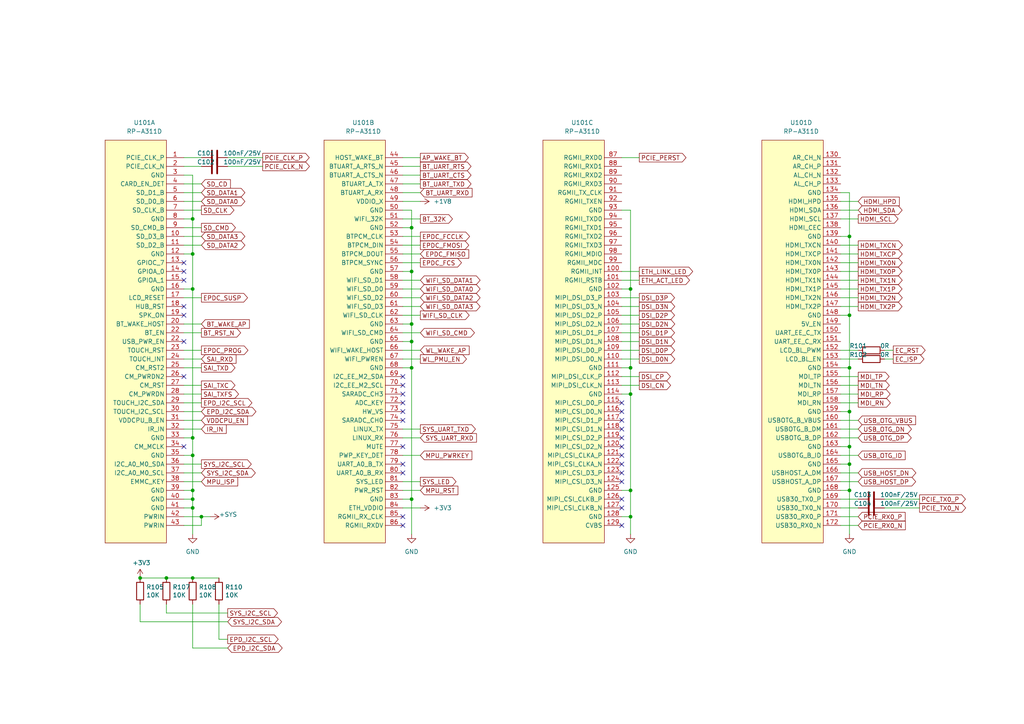
<source format=kicad_sch>
(kicad_sch (version 20210621) (generator eeschema)
  (paper "A4")
  (title_block (title "Lancer Mainboard") (date "2021-11-08") (rev "R0.1") (company "Copyright Modos 2021. / Engineer: Wenting Zhang") (comment 2 "MERCHANTABILITY, SATISFACTORY QUALITY AND FITNESS FOR A PARTICULAR PURPOSE.") (comment 3 "This source is distributed WITHOUT ANY EXPRESS OR IMPLIED WARRANTY, INCLUDING OF") (comment 4 "This source describes Open Hardware and is licensed under the CERN-OHL-S v2."))
  (lib_symbols
    (symbol "Device:C" (pin_numbers hide) (pin_names (offset 0.254))
      (property "Reference" "C" (at 0.635 2.54 0))
      (property "Value" "C" (at 0.635 -2.54 0))
      (symbol "C_0_1"
        (polyline (pts (xy -2.032 -0.762) (xy 2.032 -0.762)) (stroke (width 0.508)))
        (polyline (pts (xy -2.032 0.762) (xy 2.032 0.762)) (stroke (width 0.508)))
      )
      (symbol "C_1_1"
        (pin passive line (at 0 3.81 270) (length 2.794) (name "~") (number "1"))
        (pin passive line (at 0 -3.81 90) (length 2.794) (name "~") (number "2"))
      )
    )
    (symbol "Device:R" (pin_numbers hide) (pin_names (offset 0))
      (property "Reference" "R" (at 2.032 0 90))
      (property "Value" "R" (at 0 0 90))
      (symbol "R_0_1"
        (rectangle (start -1.016 -2.54) (end 1.016 2.54) (stroke (width 0.254)))
      )
      (symbol "R_1_1"
        (pin passive line (at 0 3.81 270) (length 1.27) (name "~") (number "1"))
        (pin passive line (at 0 -3.81 90) (length 1.27) (name "~") (number "2"))
      )
    )
    (symbol "power:+1V8" (power) (pin_names (offset 0))
      (property "Value" "+1V8" (at 0 3.556 0))
      (symbol "+1V8_0_1"
        (polyline (pts (xy -0.762 1.27) (xy 0 2.54)))
        (polyline (pts (xy 0 0) (xy 0 2.54)))
        (polyline (pts (xy 0 2.54) (xy 0.762 1.27)))
      )
      (symbol "+1V8_1_1"
        (pin power_in line (at 0 0 90) (length 0) hide (name "+1V8") (number "1"))
      )
    )
    (symbol "power:+3V3" (power) (pin_names (offset 0))
      (property "Value" "+3V3" (at 0 3.556 0))
      (symbol "+3V3_0_1"
        (polyline (pts (xy -0.762 1.27) (xy 0 2.54)))
        (polyline (pts (xy 0 0) (xy 0 2.54)))
        (polyline (pts (xy 0 2.54) (xy 0.762 1.27)))
      )
      (symbol "+3V3_1_1"
        (pin power_in line (at 0 0 90) (length 0) hide (name "+3V3") (number "1"))
      )
    )
    (symbol "power:GND" (power) (pin_names (offset 0))
      (property "Value" "GND" (at 0 -3.81 0))
      (symbol "GND_0_1"
        (polyline (pts (xy 0 0) (xy 0 -1.27) (xy 1.27 -1.27) (xy 0 -2.54) (xy -1.27 -1.27) (xy 0 -1.27)))
      )
      (symbol "GND_1_1"
        (pin power_in line (at 0 0 270) (length 0) hide (name "GND") (number "1"))
      )
    )
    (symbol "symbols:+SYS" (power) (pin_names (offset 0))
      (property "Value" "+SYS" (at 0 3.556 0))
      (symbol "+SYS_0_1"
        (polyline (pts (xy -0.762 1.27) (xy 0 2.54)))
        (polyline (pts (xy 0 0) (xy 0 2.54)))
        (polyline (pts (xy 0 2.54) (xy 0.762 1.27)))
      )
      (symbol "+SYS_1_1"
        (pin power_in line (at 0 0 90) (length 0) hide (name "+SYS") (number "1"))
      )
    )
    (symbol "symbols:RP-A311D"
      (property "Reference" "U" (at 0 0 0))
      (property "Value" "RP-A311D" (at 0 -2.54 0))
      (symbol "RP-A311D_1_1"
        (rectangle (start -5.08 -5.08) (end 12.7 -121.92) (stroke (width 0.1524)) (fill (type background)))
        (pin output line (at -10.16 -10.16 0) (length 5.08) (name "PCIE_CLK_P") (number "1"))
        (pin bidirectional line (at -10.16 -33.02 0) (length 5.08) (name "SD_D3_B") (number "10"))
        (pin bidirectional line (at -10.16 -35.56 0) (length 5.08) (name "SD_D2_B") (number "11"))
        (pin power_in line (at -10.16 -38.1 0) (length 5.08) (name "GND") (number "12"))
        (pin bidirectional line (at -10.16 -40.64 0) (length 5.08) (name "GPIOC_7") (number "13"))
        (pin bidirectional line (at -10.16 -43.18 0) (length 5.08) (name "GPIOA_0") (number "14"))
        (pin bidirectional line (at -10.16 -45.72 0) (length 5.08) (name "GPIOA_1") (number "15"))
        (pin power_in line (at -10.16 -48.26 0) (length 5.08) (name "GND") (number "16"))
        (pin output line (at -10.16 -50.8 0) (length 5.08) (name "LCD_RESET") (number "17"))
        (pin output line (at -10.16 -53.34 0) (length 5.08) (name "HUB_RST") (number "18"))
        (pin output line (at -10.16 -55.88 0) (length 5.08) (name "SPK_ON") (number "19"))
        (pin output line (at -10.16 -12.7 0) (length 5.08) (name "PCIE_CLK_N") (number "2"))
        (pin input line (at -10.16 -58.42 0) (length 5.08) (name "BT_WAKE_HOST") (number "20"))
        (pin output line (at -10.16 -60.96 0) (length 5.08) (name "BT_EN") (number "22"))
        (pin output line (at -10.16 -63.5 0) (length 5.08) (name "USB_PWR_EN") (number "22"))
        (pin output line (at -10.16 -66.04 0) (length 5.08) (name "TOUCH_RST") (number "23"))
        (pin input line (at -10.16 -68.58 0) (length 5.08) (name "TOUCH_INT") (number "24"))
        (pin output line (at -10.16 -71.12 0) (length 5.08) (name "CM_RST2") (number "25"))
        (pin output line (at -10.16 -73.66 0) (length 5.08) (name "CM_PWRDN2") (number "26"))
        (pin output line (at -10.16 -76.2 0) (length 5.08) (name "CM_RST") (number "27"))
        (pin output line (at -10.16 -78.74 0) (length 5.08) (name "CM_PWRDN") (number "28"))
        (pin open_collector line (at -10.16 -81.28 0) (length 5.08) (name "TOUCH_I2C_SDA") (number "29"))
        (pin power_in line (at -10.16 -15.24 0) (length 5.08) (name "GND") (number "3"))
        (pin open_collector line (at -10.16 -83.82 0) (length 5.08) (name "TOUCH_I2C_SCL") (number "30"))
        (pin output line (at -10.16 -86.36 0) (length 5.08) (name "VDDCPU_B_EN") (number "31"))
        (pin input line (at -10.16 -88.9 0) (length 5.08) (name "IR_IN") (number "32"))
        (pin power_in line (at -10.16 -91.44 0) (length 5.08) (name "GND") (number "33"))
        (pin output line (at -10.16 -93.98 0) (length 5.08) (name "CM_MCLK") (number "34"))
        (pin power_in line (at -10.16 -96.52 0) (length 5.08) (name "GND") (number "35"))
        (pin open_collector line (at -10.16 -99.06 0) (length 5.08) (name "I2C_A0_M0_SDA") (number "36"))
        (pin open_collector line (at -10.16 -101.6 0) (length 5.08) (name "I2C_A0_M0_SCL") (number "37"))
        (pin input line (at -10.16 -104.14 0) (length 5.08) (name "EMMC_KEY") (number "38"))
        (pin power_in line (at -10.16 -106.68 0) (length 5.08) (name "GND") (number "39"))
        (pin input line (at -10.16 -17.78 0) (length 5.08) (name "CARD_EN_DET") (number "4"))
        (pin power_in line (at -10.16 -109.22 0) (length 5.08) (name "GND") (number "40"))
        (pin power_in line (at -10.16 -111.76 0) (length 5.08) (name "GND") (number "41"))
        (pin power_in line (at -10.16 -114.3 0) (length 5.08) (name "PWRIN") (number "42"))
        (pin power_in line (at -10.16 -116.84 0) (length 5.08) (name "PWRIN") (number "43"))
        (pin bidirectional line (at -10.16 -20.32 0) (length 5.08) (name "SD_D1_B") (number "5"))
        (pin bidirectional line (at -10.16 -22.86 0) (length 5.08) (name "SD_D0_B") (number "6"))
        (pin bidirectional line (at -10.16 -25.4 0) (length 5.08) (name "SD_CLK_B") (number "7"))
        (pin power_in line (at -10.16 -27.94 0) (length 5.08) (name "GND") (number "8"))
        (pin bidirectional line (at -10.16 -30.48 0) (length 5.08) (name "SD_CMD_B") (number "9"))
      )
      (symbol "RP-A311D_2_1"
        (rectangle (start -5.08 -5.08) (end 12.7 -121.92) (stroke (width 0.1524)) (fill (type background)))
        (pin output line (at -10.16 -10.16 0) (length 5.08) (name "HOST_WAKE_BT") (number "44"))
        (pin output line (at -10.16 -12.7 0) (length 5.08) (name "BTUART_A_RTS_N") (number "45"))
        (pin input line (at -10.16 -15.24 0) (length 5.08) (name "BTUART_A_CTS_N") (number "46"))
        (pin output line (at -10.16 -17.78 0) (length 5.08) (name "BTUART_A_TX") (number "47"))
        (pin input line (at -10.16 -20.32 0) (length 5.08) (name "BTUART_A_RX") (number "48"))
        (pin power_in line (at -10.16 -22.86 0) (length 5.08) (name "VDDIO_X") (number "49"))
        (pin power_in line (at -10.16 -25.4 0) (length 5.08) (name "GND") (number "50"))
        (pin output line (at -10.16 -27.94 0) (length 5.08) (name "WIFI_32K") (number "51"))
        (pin power_in line (at -10.16 -30.48 0) (length 5.08) (name "GND") (number "52"))
        (pin output line (at -10.16 -33.02 0) (length 5.08) (name "BTPCM_CLK") (number "53"))
        (pin input line (at -10.16 -35.56 0) (length 5.08) (name "BTPCM_DIN") (number "54"))
        (pin output line (at -10.16 -38.1 0) (length 5.08) (name "BTPCM_DOUT") (number "55"))
        (pin output line (at -10.16 -40.64 0) (length 5.08) (name "BTPCM_SYNC") (number "56"))
        (pin power_in line (at -10.16 -43.18 0) (length 5.08) (name "GND") (number "57"))
        (pin bidirectional line (at -10.16 -45.72 0) (length 5.08) (name "WIFI_SD_D1") (number "58"))
        (pin bidirectional line (at -10.16 -48.26 0) (length 5.08) (name "WIFI_SD_D0") (number "59"))
        (pin bidirectional line (at -10.16 -50.8 0) (length 5.08) (name "WIFI_SD_D2") (number "60"))
        (pin bidirectional line (at -10.16 -53.34 0) (length 5.08) (name "WIFI_SD_D3") (number "61"))
        (pin output line (at -10.16 -55.88 0) (length 5.08) (name "WIFI_SD_CLK") (number "62"))
        (pin power_in line (at -10.16 -58.42 0) (length 5.08) (name "GND") (number "63"))
        (pin output line (at -10.16 -60.96 0) (length 5.08) (name "WIFI_SD_CMD") (number "64"))
        (pin power_in line (at -10.16 -63.5 0) (length 5.08) (name "GND") (number "65"))
        (pin input line (at -10.16 -66.04 0) (length 5.08) (name "WIFI_WAKE_HOST") (number "66"))
        (pin output line (at -10.16 -68.58 0) (length 5.08) (name "WIFI_PWREN") (number "67"))
        (pin power_in line (at -10.16 -71.12 0) (length 5.08) (name "GND") (number "68"))
        (pin open_collector line (at -10.16 -73.66 0) (length 5.08) (name "I2C_EE_M2_SDA") (number "69"))
        (pin open_collector line (at -10.16 -76.2 0) (length 5.08) (name "I2C_EE_M2_SCL") (number "70"))
        (pin input line (at -10.16 -78.74 0) (length 5.08) (name "SARADC_CH3") (number "71"))
        (pin input line (at -10.16 -81.28 0) (length 5.08) (name "ADC_KEY") (number "72"))
        (pin input line (at -10.16 -83.82 0) (length 5.08) (name "HW_VS") (number "73"))
        (pin input line (at -10.16 -86.36 0) (length 5.08) (name "SARADC_CH0") (number "74"))
        (pin output line (at -10.16 -88.9 0) (length 5.08) (name "LINUX_TX") (number "75"))
        (pin input line (at -10.16 -91.44 0) (length 5.08) (name "LINUX_RX") (number "76"))
        (pin input line (at -10.16 -93.98 0) (length 5.08) (name "MUTE") (number "77"))
        (pin input line (at -10.16 -96.52 0) (length 5.08) (name "PWP_KEY_DET") (number "78"))
        (pin output line (at -10.16 -99.06 0) (length 5.08) (name "UART_A0_B_TX") (number "79"))
        (pin input line (at -10.16 -101.6 0) (length 5.08) (name "UART_A0_B_RX") (number "80"))
        (pin output line (at -10.16 -104.14 0) (length 5.08) (name "SYS_LED") (number "81"))
        (pin output line (at -10.16 -106.68 0) (length 5.08) (name "PWR_RST") (number "82"))
        (pin power_in line (at -10.16 -109.22 0) (length 5.08) (name "GND") (number "83"))
        (pin power_in line (at -10.16 -111.76 0) (length 5.08) (name "ETH_VDDIO") (number "84"))
        (pin input line (at -10.16 -114.3 0) (length 5.08) (name "RGMII_RX_CLK") (number "85"))
        (pin input line (at -10.16 -116.84 0) (length 5.08) (name "RGMII_RXDV") (number "86"))
      )
      (symbol "RP-A311D_3_1"
        (rectangle (start -5.08 -5.08) (end 12.7 -121.92) (stroke (width 0.1524)) (fill (type background)))
        (pin input line (at -10.16 -43.18 0) (length 5.08) (name "RGMII_INT") (number "100"))
        (pin output line (at -10.16 -45.72 0) (length 5.08) (name "RGMII_RSTB") (number "101"))
        (pin power_in line (at -10.16 -48.26 0) (length 5.08) (name "GND") (number "102"))
        (pin output line (at -10.16 -50.8 0) (length 5.08) (name "MIPI_DSI_D3_P") (number "103"))
        (pin output line (at -10.16 -53.34 0) (length 5.08) (name "MIPI_DSI_D3_N") (number "104"))
        (pin output line (at -10.16 -55.88 0) (length 5.08) (name "MIPI_DSI_D2_P") (number "105"))
        (pin output line (at -10.16 -58.42 0) (length 5.08) (name "MIPI_DSI_D2_N") (number "106"))
        (pin output line (at -10.16 -60.96 0) (length 5.08) (name "MIPI_DSI_D1_P") (number "107"))
        (pin output line (at -10.16 -63.5 0) (length 5.08) (name "MIPI_DSI_D1_N") (number "108"))
        (pin output line (at -10.16 -66.04 0) (length 5.08) (name "MIPI_DSI_D0_P") (number "109"))
        (pin output line (at -10.16 -68.58 0) (length 5.08) (name "MIPI_DSI_D0_N") (number "110"))
        (pin power_in line (at -10.16 -71.12 0) (length 5.08) (name "GND") (number "111"))
        (pin output line (at -10.16 -73.66 0) (length 5.08) (name "MIPI_DSI_CLK_P") (number "112"))
        (pin output line (at -10.16 -76.2 0) (length 5.08) (name "MIPI_DSI_CLK_N") (number "113"))
        (pin power_in line (at -10.16 -78.74 0) (length 5.08) (name "GND") (number "114"))
        (pin input line (at -10.16 -81.28 0) (length 5.08) (name "MIPI_CSI_D0_P") (number "115"))
        (pin input line (at -10.16 -83.82 0) (length 5.08) (name "MIPI_CSI_D0_N") (number "116"))
        (pin input line (at -10.16 -86.36 0) (length 5.08) (name "MIPI_CSI_D1_P") (number "117"))
        (pin input line (at -10.16 -88.9 0) (length 5.08) (name "MIPI_CSI_D1_N") (number "118"))
        (pin input line (at -10.16 -91.44 0) (length 5.08) (name "MIPI_CSI_D2_P") (number "119"))
        (pin input line (at -10.16 -93.98 0) (length 5.08) (name "MIPI_CSI_D2_N") (number "120"))
        (pin input line (at -10.16 -96.52 0) (length 5.08) (name "MIPI_CSI_CLKA_P") (number "121"))
        (pin input line (at -10.16 -99.06 0) (length 5.08) (name "MIPI_CSI_CLKA_N") (number "122"))
        (pin input line (at -10.16 -101.6 0) (length 5.08) (name "MIPI_CSI_D3_P") (number "123"))
        (pin input line (at -10.16 -104.14 0) (length 5.08) (name "MIPI_CSI_D3_N") (number "124"))
        (pin power_in line (at -10.16 -106.68 0) (length 5.08) (name "GND") (number "125"))
        (pin input line (at -10.16 -109.22 0) (length 5.08) (name "MIPI_CSI_CLKB_P") (number "126"))
        (pin input line (at -10.16 -111.76 0) (length 5.08) (name "MIPI_CSI_CLKB_N") (number "127"))
        (pin power_in line (at -10.16 -114.3 0) (length 5.08) (name "GND") (number "128"))
        (pin output line (at -10.16 -116.84 0) (length 5.08) (name "CVBS") (number "129"))
        (pin input line (at -10.16 -10.16 0) (length 5.08) (name "RGMII_RXD0") (number "87"))
        (pin input line (at -10.16 -12.7 0) (length 5.08) (name "RGMII_RXD1") (number "88"))
        (pin input line (at -10.16 -15.24 0) (length 5.08) (name "RGMII_RXD2") (number "89"))
        (pin input line (at -10.16 -17.78 0) (length 5.08) (name "RGMII_RXD3") (number "90"))
        (pin output line (at -10.16 -20.32 0) (length 5.08) (name "RGMII_TX_CLK") (number "91"))
        (pin output line (at -10.16 -22.86 0) (length 5.08) (name "RGMII_TXEN") (number "92"))
        (pin power_in line (at -10.16 -25.4 0) (length 5.08) (name "GND") (number "93"))
        (pin output line (at -10.16 -27.94 0) (length 5.08) (name "RGMII_TXD0") (number "94"))
        (pin output line (at -10.16 -30.48 0) (length 5.08) (name "RGMII_TXD1") (number "95"))
        (pin output line (at -10.16 -33.02 0) (length 5.08) (name "RGMII_TXD2") (number "96"))
        (pin output line (at -10.16 -35.56 0) (length 5.08) (name "RGMII_TXD3") (number "97"))
        (pin bidirectional line (at -10.16 -38.1 0) (length 5.08) (name "RGMII_MDIO") (number "98"))
        (pin output line (at -10.16 -40.64 0) (length 5.08) (name "RGMII_MDC") (number "99"))
      )
      (symbol "RP-A311D_4_1"
        (rectangle (start -5.08 -5.08) (end 12.7 -121.92) (stroke (width 0.1524)) (fill (type background)))
        (pin output line (at -10.16 -10.16 0) (length 5.08) (name "AR_CH_N") (number "130"))
        (pin output line (at -10.16 -12.7 0) (length 5.08) (name "AR_CH_P") (number "131"))
        (pin output line (at -10.16 -15.24 0) (length 5.08) (name "AL_CH_N") (number "132"))
        (pin output line (at -10.16 -17.78 0) (length 5.08) (name "AL_CH_P") (number "133"))
        (pin power_in line (at -10.16 -20.32 0) (length 5.08) (name "GND") (number "134"))
        (pin input line (at -10.16 -22.86 0) (length 5.08) (name "HDMI_HPD") (number "135"))
        (pin open_collector line (at -10.16 -25.4 0) (length 5.08) (name "HDMI_SDA") (number "136"))
        (pin open_collector line (at -10.16 -27.94 0) (length 5.08) (name "HDMI_SCL") (number "137"))
        (pin input line (at -10.16 -30.48 0) (length 5.08) (name "HDMI_CEC") (number "138"))
        (pin power_in line (at -10.16 -33.02 0) (length 5.08) (name "GND") (number "139"))
        (pin output line (at -10.16 -35.56 0) (length 5.08) (name "HDMI_TXCN") (number "140"))
        (pin output line (at -10.16 -38.1 0) (length 5.08) (name "HDMI_TXCP") (number "141"))
        (pin output line (at -10.16 -40.64 0) (length 5.08) (name "HDMI_TX0N") (number "142"))
        (pin output line (at -10.16 -43.18 0) (length 5.08) (name "HDMI_TX0P") (number "143"))
        (pin output line (at -10.16 -45.72 0) (length 5.08) (name "HDMI_TX1N") (number "144"))
        (pin output line (at -10.16 -48.26 0) (length 5.08) (name "HDMI_TX1P") (number "145"))
        (pin output line (at -10.16 -50.8 0) (length 5.08) (name "HDMI_TX2N") (number "146"))
        (pin output line (at -10.16 -53.34 0) (length 5.08) (name "HDMI_TX2P") (number "147"))
        (pin power_in line (at -10.16 -55.88 0) (length 5.08) (name "GND") (number "148"))
        (pin output line (at -10.16 -58.42 0) (length 5.08) (name "5V_EN") (number "149"))
        (pin output line (at -10.16 -60.96 0) (length 5.08) (name "UART_EE_C_TX") (number "150"))
        (pin input line (at -10.16 -63.5 0) (length 5.08) (name "UART_EE_C_RX") (number "151"))
        (pin output line (at -10.16 -66.04 0) (length 5.08) (name "LCD_BL_PWM") (number "152"))
        (pin output line (at -10.16 -68.58 0) (length 5.08) (name "LCD_BL_EN") (number "153"))
        (pin power_in line (at -10.16 -71.12 0) (length 5.08) (name "GND") (number "154"))
        (pin bidirectional line (at -10.16 -73.66 0) (length 5.08) (name "MDI_TP") (number "155"))
        (pin bidirectional line (at -10.16 -76.2 0) (length 5.08) (name "MDI_TN") (number "156"))
        (pin bidirectional line (at -10.16 -78.74 0) (length 5.08) (name "MDI_RP") (number "157"))
        (pin bidirectional line (at -10.16 -81.28 0) (length 5.08) (name "MDI_RN") (number "158"))
        (pin power_in line (at -10.16 -83.82 0) (length 5.08) (name "GND") (number "159"))
        (pin input line (at -10.16 -86.36 0) (length 5.08) (name "USBOTG_B_VBUS") (number "160"))
        (pin bidirectional line (at -10.16 -88.9 0) (length 5.08) (name "USBOTG_B_DM") (number "161"))
        (pin bidirectional line (at -10.16 -91.44 0) (length 5.08) (name "USBOTG_B_DP") (number "162"))
        (pin power_in line (at -10.16 -93.98 0) (length 5.08) (name "GND") (number "163"))
        (pin input line (at -10.16 -96.52 0) (length 5.08) (name "USBOTG_B_ID") (number "164"))
        (pin power_in line (at -10.16 -99.06 0) (length 5.08) (name "GND") (number "165"))
        (pin bidirectional line (at -10.16 -101.6 0) (length 5.08) (name "USBHOST_A_DM") (number "166"))
        (pin bidirectional line (at -10.16 -104.14 0) (length 5.08) (name "USBHOST_A_DP") (number "167"))
        (pin power_in line (at -10.16 -106.68 0) (length 5.08) (name "GND") (number "168"))
        (pin output line (at -10.16 -109.22 0) (length 5.08) (name "USB30_TX0_P") (number "169"))
        (pin output line (at -10.16 -111.76 0) (length 5.08) (name "USB30_TX0_N") (number "170"))
        (pin input line (at -10.16 -114.3 0) (length 5.08) (name "USB30_RX0_P") (number "171"))
        (pin input line (at -10.16 -116.84 0) (length 5.08) (name "USB30_RX0_N") (number "172"))
      )
    )
  )
  (junction (at 40.64 167.64) (diameter 0.9144))
  (junction (at 48.26 167.64) (diameter 0.9144))
  (junction (at 55.88 63.5))
  (junction (at 55.88 73.66))
  (junction (at 55.88 83.82))
  (junction (at 55.88 127))
  (junction (at 55.88 132.08))
  (junction (at 55.88 142.24))
  (junction (at 55.88 144.78))
  (junction (at 55.88 147.32))
  (junction (at 55.88 167.64) (diameter 0.9144))
  (junction (at 58.42 149.86))
  (junction (at 119.38 66.04))
  (junction (at 119.38 78.74))
  (junction (at 119.38 93.98))
  (junction (at 119.38 99.06))
  (junction (at 119.38 106.68))
  (junction (at 119.38 144.78))
  (junction (at 182.88 83.82))
  (junction (at 182.88 106.68))
  (junction (at 182.88 114.3))
  (junction (at 182.88 142.24))
  (junction (at 182.88 149.86))
  (junction (at 246.38 68.58))
  (junction (at 246.38 91.44))
  (junction (at 246.38 106.68))
  (junction (at 246.38 119.38))
  (junction (at 246.38 129.54))
  (junction (at 246.38 134.62))
  (junction (at 246.38 142.24))
  (no_connect (at 53.34 76.2))
  (no_connect (at 53.34 78.74))
  (no_connect (at 53.34 81.28))
  (no_connect (at 53.34 88.9))
  (no_connect (at 53.34 91.44))
  (no_connect (at 53.34 99.06))
  (no_connect (at 53.34 109.22))
  (no_connect (at 53.34 129.54))
  (no_connect (at 116.84 109.22))
  (no_connect (at 116.84 111.76))
  (no_connect (at 116.84 114.3))
  (no_connect (at 116.84 116.84))
  (no_connect (at 116.84 119.38))
  (no_connect (at 116.84 121.92))
  (no_connect (at 116.84 129.54))
  (no_connect (at 116.84 134.62))
  (no_connect (at 116.84 137.16))
  (no_connect (at 116.84 149.86))
  (no_connect (at 116.84 152.4))
  (no_connect (at 180.34 116.84))
  (no_connect (at 180.34 119.38))
  (no_connect (at 180.34 121.92))
  (no_connect (at 180.34 124.46))
  (no_connect (at 180.34 127))
  (no_connect (at 180.34 129.54))
  (no_connect (at 180.34 132.08))
  (no_connect (at 180.34 134.62))
  (no_connect (at 180.34 137.16))
  (no_connect (at 180.34 139.7))
  (no_connect (at 180.34 144.78))
  (no_connect (at 180.34 147.32))
  (no_connect (at 180.34 152.4))
  (wire (pts (xy 40.64 175.26) (xy 40.64 180.34)))
  (wire (pts (xy 40.64 180.34) (xy 66.04 180.34)))
  (wire (pts (xy 48.26 167.64) (xy 40.64 167.64)))
  (wire (pts (xy 48.26 167.64) (xy 55.88 167.64)))
  (wire (pts (xy 48.26 175.26) (xy 48.26 177.8)))
  (wire (pts (xy 48.26 177.8) (xy 66.04 177.8)))
  (wire (pts (xy 53.34 45.72) (xy 58.42 45.72)))
  (wire (pts (xy 53.34 48.26) (xy 58.42 48.26)))
  (wire (pts (xy 53.34 50.8) (xy 55.88 50.8)))
  (wire (pts (xy 53.34 53.34) (xy 58.42 53.34)))
  (wire (pts (xy 53.34 55.88) (xy 58.42 55.88)))
  (wire (pts (xy 53.34 58.42) (xy 58.42 58.42)))
  (wire (pts (xy 53.34 60.96) (xy 58.42 60.96)))
  (wire (pts (xy 53.34 63.5) (xy 55.88 63.5)))
  (wire (pts (xy 53.34 66.04) (xy 58.42 66.04)))
  (wire (pts (xy 53.34 68.58) (xy 58.42 68.58)))
  (wire (pts (xy 53.34 71.12) (xy 58.42 71.12)))
  (wire (pts (xy 53.34 73.66) (xy 55.88 73.66)))
  (wire (pts (xy 53.34 83.82) (xy 55.88 83.82)))
  (wire (pts (xy 53.34 86.36) (xy 58.42 86.36)))
  (wire (pts (xy 53.34 93.98) (xy 58.42 93.98)))
  (wire (pts (xy 53.34 96.52) (xy 58.42 96.52)))
  (wire (pts (xy 53.34 101.6) (xy 58.42 101.6)))
  (wire (pts (xy 53.34 104.14) (xy 58.42 104.14)))
  (wire (pts (xy 53.34 106.68) (xy 58.42 106.68)))
  (wire (pts (xy 53.34 111.76) (xy 58.42 111.76)))
  (wire (pts (xy 53.34 114.3) (xy 58.42 114.3)))
  (wire (pts (xy 53.34 116.84) (xy 58.42 116.84)))
  (wire (pts (xy 53.34 119.38) (xy 58.42 119.38)))
  (wire (pts (xy 53.34 121.92) (xy 58.42 121.92)))
  (wire (pts (xy 53.34 124.46) (xy 58.42 124.46)))
  (wire (pts (xy 53.34 127) (xy 55.88 127)))
  (wire (pts (xy 53.34 132.08) (xy 55.88 132.08)))
  (wire (pts (xy 53.34 134.62) (xy 58.42 134.62)))
  (wire (pts (xy 53.34 137.16) (xy 58.42 137.16)))
  (wire (pts (xy 53.34 139.7) (xy 58.42 139.7)))
  (wire (pts (xy 53.34 142.24) (xy 55.88 142.24)))
  (wire (pts (xy 53.34 144.78) (xy 55.88 144.78)))
  (wire (pts (xy 53.34 147.32) (xy 55.88 147.32)))
  (wire (pts (xy 53.34 149.86) (xy 58.42 149.86)))
  (wire (pts (xy 53.34 152.4) (xy 58.42 152.4)))
  (wire (pts (xy 55.88 50.8) (xy 55.88 63.5)))
  (wire (pts (xy 55.88 63.5) (xy 55.88 73.66)))
  (wire (pts (xy 55.88 73.66) (xy 55.88 83.82)))
  (wire (pts (xy 55.88 83.82) (xy 55.88 127)))
  (wire (pts (xy 55.88 127) (xy 55.88 132.08)))
  (wire (pts (xy 55.88 132.08) (xy 55.88 142.24)))
  (wire (pts (xy 55.88 142.24) (xy 55.88 144.78)))
  (wire (pts (xy 55.88 144.78) (xy 55.88 147.32)))
  (wire (pts (xy 55.88 147.32) (xy 55.88 154.94)))
  (wire (pts (xy 55.88 175.26) (xy 55.88 187.96)))
  (wire (pts (xy 55.88 187.96) (xy 66.04 187.96)))
  (wire (pts (xy 58.42 149.86) (xy 60.96 149.86)))
  (wire (pts (xy 58.42 152.4) (xy 58.42 149.86)))
  (wire (pts (xy 63.5 167.64) (xy 55.88 167.64)))
  (wire (pts (xy 63.5 175.26) (xy 63.5 185.42)))
  (wire (pts (xy 63.5 185.42) (xy 66.04 185.42)))
  (wire (pts (xy 66.04 45.72) (xy 76.2 45.72)))
  (wire (pts (xy 66.04 48.26) (xy 76.2 48.26)))
  (wire (pts (xy 116.84 45.72) (xy 121.92 45.72)))
  (wire (pts (xy 116.84 48.26) (xy 121.92 48.26)))
  (wire (pts (xy 116.84 50.8) (xy 121.92 50.8)))
  (wire (pts (xy 116.84 53.34) (xy 121.92 53.34)))
  (wire (pts (xy 116.84 55.88) (xy 121.92 55.88)))
  (wire (pts (xy 116.84 58.42) (xy 121.92 58.42)))
  (wire (pts (xy 116.84 60.96) (xy 119.38 60.96)))
  (wire (pts (xy 116.84 63.5) (xy 121.92 63.5)))
  (wire (pts (xy 116.84 66.04) (xy 119.38 66.04)))
  (wire (pts (xy 116.84 68.58) (xy 121.92 68.58)))
  (wire (pts (xy 116.84 71.12) (xy 121.92 71.12)))
  (wire (pts (xy 116.84 73.66) (xy 121.92 73.66)))
  (wire (pts (xy 116.84 76.2) (xy 121.92 76.2)))
  (wire (pts (xy 116.84 78.74) (xy 119.38 78.74)))
  (wire (pts (xy 116.84 81.28) (xy 121.92 81.28)))
  (wire (pts (xy 116.84 83.82) (xy 121.92 83.82)))
  (wire (pts (xy 116.84 86.36) (xy 121.92 86.36)))
  (wire (pts (xy 116.84 88.9) (xy 121.92 88.9)))
  (wire (pts (xy 116.84 91.44) (xy 121.92 91.44)))
  (wire (pts (xy 116.84 93.98) (xy 119.38 93.98)))
  (wire (pts (xy 116.84 96.52) (xy 121.92 96.52)))
  (wire (pts (xy 116.84 99.06) (xy 119.38 99.06)))
  (wire (pts (xy 116.84 101.6) (xy 121.92 101.6)))
  (wire (pts (xy 116.84 104.14) (xy 121.92 104.14)))
  (wire (pts (xy 116.84 106.68) (xy 119.38 106.68)))
  (wire (pts (xy 116.84 124.46) (xy 121.92 124.46)))
  (wire (pts (xy 116.84 127) (xy 121.92 127)))
  (wire (pts (xy 116.84 132.08) (xy 121.92 132.08)))
  (wire (pts (xy 116.84 139.7) (xy 121.92 139.7)))
  (wire (pts (xy 116.84 142.24) (xy 121.92 142.24)))
  (wire (pts (xy 116.84 144.78) (xy 119.38 144.78)))
  (wire (pts (xy 116.84 147.32) (xy 121.92 147.32)))
  (wire (pts (xy 119.38 60.96) (xy 119.38 66.04)))
  (wire (pts (xy 119.38 66.04) (xy 119.38 78.74)))
  (wire (pts (xy 119.38 78.74) (xy 119.38 93.98)))
  (wire (pts (xy 119.38 93.98) (xy 119.38 99.06)))
  (wire (pts (xy 119.38 99.06) (xy 119.38 106.68)))
  (wire (pts (xy 119.38 106.68) (xy 119.38 144.78)))
  (wire (pts (xy 119.38 144.78) (xy 119.38 154.94)))
  (wire (pts (xy 180.34 45.72) (xy 185.42 45.72)))
  (wire (pts (xy 180.34 60.96) (xy 182.88 60.96)))
  (wire (pts (xy 180.34 78.74) (xy 185.42 78.74)))
  (wire (pts (xy 180.34 81.28) (xy 185.42 81.28)))
  (wire (pts (xy 180.34 83.82) (xy 182.88 83.82)))
  (wire (pts (xy 180.34 86.36) (xy 185.42 86.36)))
  (wire (pts (xy 180.34 88.9) (xy 185.42 88.9)))
  (wire (pts (xy 180.34 91.44) (xy 185.42 91.44)))
  (wire (pts (xy 180.34 93.98) (xy 185.42 93.98)))
  (wire (pts (xy 180.34 96.52) (xy 185.42 96.52)))
  (wire (pts (xy 180.34 99.06) (xy 185.42 99.06)))
  (wire (pts (xy 180.34 101.6) (xy 185.42 101.6)))
  (wire (pts (xy 180.34 104.14) (xy 185.42 104.14)))
  (wire (pts (xy 180.34 106.68) (xy 182.88 106.68)))
  (wire (pts (xy 180.34 109.22) (xy 185.42 109.22)))
  (wire (pts (xy 180.34 111.76) (xy 185.42 111.76)))
  (wire (pts (xy 180.34 114.3) (xy 182.88 114.3)))
  (wire (pts (xy 180.34 142.24) (xy 182.88 142.24)))
  (wire (pts (xy 180.34 149.86) (xy 182.88 149.86)))
  (wire (pts (xy 182.88 60.96) (xy 182.88 83.82)))
  (wire (pts (xy 182.88 83.82) (xy 182.88 106.68)))
  (wire (pts (xy 182.88 106.68) (xy 182.88 114.3)))
  (wire (pts (xy 182.88 114.3) (xy 182.88 142.24)))
  (wire (pts (xy 182.88 142.24) (xy 182.88 149.86)))
  (wire (pts (xy 182.88 149.86) (xy 182.88 154.94)))
  (wire (pts (xy 243.84 55.88) (xy 246.38 55.88)))
  (wire (pts (xy 243.84 58.42) (xy 248.92 58.42)))
  (wire (pts (xy 243.84 60.96) (xy 248.92 60.96)))
  (wire (pts (xy 243.84 63.5) (xy 248.92 63.5)))
  (wire (pts (xy 243.84 68.58) (xy 246.38 68.58)))
  (wire (pts (xy 243.84 71.12) (xy 248.92 71.12)))
  (wire (pts (xy 243.84 73.66) (xy 248.92 73.66)))
  (wire (pts (xy 243.84 76.2) (xy 248.92 76.2)))
  (wire (pts (xy 243.84 78.74) (xy 248.92 78.74)))
  (wire (pts (xy 243.84 81.28) (xy 248.92 81.28)))
  (wire (pts (xy 243.84 83.82) (xy 248.92 83.82)))
  (wire (pts (xy 243.84 86.36) (xy 248.92 86.36)))
  (wire (pts (xy 243.84 88.9) (xy 248.92 88.9)))
  (wire (pts (xy 243.84 91.44) (xy 246.38 91.44)))
  (wire (pts (xy 243.84 101.6) (xy 248.92 101.6)))
  (wire (pts (xy 243.84 104.14) (xy 248.92 104.14)))
  (wire (pts (xy 243.84 106.68) (xy 246.38 106.68)))
  (wire (pts (xy 243.84 109.22) (xy 248.92 109.22)))
  (wire (pts (xy 243.84 111.76) (xy 248.92 111.76)))
  (wire (pts (xy 243.84 114.3) (xy 248.92 114.3)))
  (wire (pts (xy 243.84 116.84) (xy 248.92 116.84)))
  (wire (pts (xy 243.84 119.38) (xy 246.38 119.38)))
  (wire (pts (xy 243.84 121.92) (xy 248.92 121.92)))
  (wire (pts (xy 243.84 124.46) (xy 248.92 124.46)))
  (wire (pts (xy 243.84 127) (xy 248.92 127)))
  (wire (pts (xy 243.84 129.54) (xy 246.38 129.54)))
  (wire (pts (xy 243.84 132.08) (xy 248.92 132.08)))
  (wire (pts (xy 243.84 134.62) (xy 246.38 134.62)))
  (wire (pts (xy 243.84 137.16) (xy 248.92 137.16)))
  (wire (pts (xy 243.84 139.7) (xy 248.92 139.7)))
  (wire (pts (xy 243.84 144.78) (xy 248.92 144.78)))
  (wire (pts (xy 243.84 147.32) (xy 248.92 147.32)))
  (wire (pts (xy 243.84 149.86) (xy 248.92 149.86)))
  (wire (pts (xy 243.84 152.4) (xy 248.92 152.4)))
  (wire (pts (xy 246.38 55.88) (xy 246.38 68.58)))
  (wire (pts (xy 246.38 68.58) (xy 246.38 91.44)))
  (wire (pts (xy 246.38 91.44) (xy 246.38 106.68)))
  (wire (pts (xy 246.38 106.68) (xy 246.38 119.38)))
  (wire (pts (xy 246.38 119.38) (xy 246.38 129.54)))
  (wire (pts (xy 246.38 129.54) (xy 246.38 134.62)))
  (wire (pts (xy 246.38 134.62) (xy 246.38 142.24)))
  (wire (pts (xy 246.38 142.24) (xy 243.84 142.24)))
  (wire (pts (xy 246.38 154.94) (xy 246.38 142.24)))
  (wire (pts (xy 256.54 101.6) (xy 259.08 101.6)))
  (wire (pts (xy 256.54 104.14) (xy 259.08 104.14)))
  (wire (pts (xy 256.54 144.78) (xy 266.7 144.78)))
  (wire (pts (xy 256.54 147.32) (xy 266.7 147.32)))
  (global_label "SD_CD" (shape input) (at 58.42 53.34 0) (property "Intersheet References" "${INTERSHEET_REFS}" (effects hide)))
  (global_label "SD_DATA1" (shape bidirectional) (at 58.42 55.88 0) (property "Intersheet References" "${INTERSHEET_REFS}" (effects hide)))
  (global_label "SD_DATA0" (shape bidirectional) (at 58.42 58.42 0) (property "Intersheet References" "${INTERSHEET_REFS}" (effects hide)))
  (global_label "SD_CLK" (shape output) (at 58.42 60.96 0) (property "Intersheet References" "${INTERSHEET_REFS}" (effects hide)))
  (global_label "SD_CMD" (shape output) (at 58.42 66.04 0) (property "Intersheet References" "${INTERSHEET_REFS}" (effects hide)))
  (global_label "SD_DATA3" (shape bidirectional) (at 58.42 68.58 0) (property "Intersheet References" "${INTERSHEET_REFS}" (effects hide)))
  (global_label "SD_DATA2" (shape bidirectional) (at 58.42 71.12 0) (property "Intersheet References" "${INTERSHEET_REFS}" (effects hide)))
  (global_label "EPDC_SUSP" (shape output) (at 58.42 86.36 0) (property "Intersheet References" "${INTERSHEET_REFS}" (effects hide)))
  (global_label "BT_WAKE_AP" (shape input) (at 58.42 93.98 0) (property "Intersheet References" "${INTERSHEET_REFS}" (effects hide)))
  (global_label "BT_RST_N" (shape output) (at 58.42 96.52 0) (property "Intersheet References" "${INTERSHEET_REFS}" (effects hide)))
  (global_label "EPDC_PROG" (shape output) (at 58.42 101.6 0) (property "Intersheet References" "${INTERSHEET_REFS}" (effects hide)))
  (global_label "SAI_RXD" (shape input) (at 58.42 104.14 0) (property "Intersheet References" "${INTERSHEET_REFS}" (effects hide)))
  (global_label "SAI_TXD" (shape output) (at 58.42 106.68 0) (property "Intersheet References" "${INTERSHEET_REFS}" (effects hide)))
  (global_label "SAI_TXC" (shape output) (at 58.42 111.76 0) (property "Intersheet References" "${INTERSHEET_REFS}" (effects hide)))
  (global_label "SAI_TXFS" (shape output) (at 58.42 114.3 0) (property "Intersheet References" "${INTERSHEET_REFS}" (effects hide)))
  (global_label "EPD_I2C_SCL" (shape output) (at 58.42 116.84 0) (property "Intersheet References" "${INTERSHEET_REFS}" (effects hide)))
  (global_label "EPD_I2C_SDA" (shape bidirectional) (at 58.42 119.38 0) (property "Intersheet References" "${INTERSHEET_REFS}" (effects hide)))
  (global_label "VDDCPU_EN" (shape input) (at 58.42 121.92 0) (property "Intersheet References" "${INTERSHEET_REFS}" (effects hide)))
  (global_label "IR_IN" (shape input) (at 58.42 124.46 0) (property "Intersheet References" "${INTERSHEET_REFS}" (effects hide)))
  (global_label "SYS_I2C_SCL" (shape output) (at 58.42 134.62 0) (property "Intersheet References" "${INTERSHEET_REFS}" (effects hide)))
  (global_label "SYS_I2C_SDA" (shape bidirectional) (at 58.42 137.16 0) (property "Intersheet References" "${INTERSHEET_REFS}" (effects hide)))
  (global_label "MPU_ISP" (shape input) (at 58.42 139.7 0) (property "Intersheet References" "${INTERSHEET_REFS}" (effects hide)))
  (global_label "SYS_I2C_SCL" (shape output) (at 66.04 177.8 0) (property "Intersheet References" "${INTERSHEET_REFS}" (effects hide)))
  (global_label "SYS_I2C_SDA" (shape bidirectional) (at 66.04 180.34 0) (property "Intersheet References" "${INTERSHEET_REFS}" (effects hide)))
  (global_label "EPD_I2C_SCL" (shape output) (at 66.04 185.42 0) (property "Intersheet References" "${INTERSHEET_REFS}" (effects hide)))
  (global_label "EPD_I2C_SDA" (shape bidirectional) (at 66.04 187.96 0) (property "Intersheet References" "${INTERSHEET_REFS}" (effects hide)))
  (global_label "PCIE_CLK_P" (shape output) (at 76.2 45.72 0) (property "Intersheet References" "${INTERSHEET_REFS}" (effects hide)))
  (global_label "PCIE_CLK_N" (shape output) (at 76.2 48.26 0) (property "Intersheet References" "${INTERSHEET_REFS}" (effects hide)))
  (global_label "AP_WAKE_BT" (shape output) (at 121.92 45.72 0) (property "Intersheet References" "${INTERSHEET_REFS}" (effects hide)))
  (global_label "BT_UART_RTS" (shape output) (at 121.92 48.26 0) (property "Intersheet References" "${INTERSHEET_REFS}" (effects hide)))
  (global_label "BT_UART_CTS" (shape output) (at 121.92 50.8 0) (property "Intersheet References" "${INTERSHEET_REFS}" (effects hide)))
  (global_label "BT_UART_TXD" (shape output) (at 121.92 53.34 0) (property "Intersheet References" "${INTERSHEET_REFS}" (effects hide)))
  (global_label "BT_UART_RXD" (shape input) (at 121.92 55.88 0) (property "Intersheet References" "${INTERSHEET_REFS}" (effects hide)))
  (global_label "BT_32K" (shape output) (at 121.92 63.5 0) (property "Intersheet References" "${INTERSHEET_REFS}" (effects hide)))
  (global_label "EPDC_FCCLK" (shape output) (at 121.92 68.58 0) (property "Intersheet References" "${INTERSHEET_REFS}" (effects hide)))
  (global_label "EPDC_FMOSI" (shape output) (at 121.92 71.12 0) (property "Intersheet References" "${INTERSHEET_REFS}" (effects hide)))
  (global_label "EPDC_FMISO" (shape input) (at 121.92 73.66 0) (property "Intersheet References" "${INTERSHEET_REFS}" (effects hide)))
  (global_label "EPDC_FCS" (shape output) (at 121.92 76.2 0) (property "Intersheet References" "${INTERSHEET_REFS}" (effects hide)))
  (global_label "WIFI_SD_DATA1" (shape bidirectional) (at 121.92 81.28 0) (property "Intersheet References" "${INTERSHEET_REFS}" (effects hide)))
  (global_label "WIFI_SD_DATA0" (shape bidirectional) (at 121.92 83.82 0) (property "Intersheet References" "${INTERSHEET_REFS}" (effects hide)))
  (global_label "WIFI_SD_DATA2" (shape bidirectional) (at 121.92 86.36 0) (property "Intersheet References" "${INTERSHEET_REFS}" (effects hide)))
  (global_label "WIFI_SD_DATA3" (shape bidirectional) (at 121.92 88.9 0) (property "Intersheet References" "${INTERSHEET_REFS}" (effects hide)))
  (global_label "WIFI_SD_CLK" (shape output) (at 121.92 91.44 0) (property "Intersheet References" "${INTERSHEET_REFS}" (effects hide)))
  (global_label "WIFI_SD_CMD" (shape bidirectional) (at 121.92 96.52 0) (property "Intersheet References" "${INTERSHEET_REFS}" (effects hide)))
  (global_label "WL_WAKE_AP" (shape input) (at 121.92 101.6 0) (property "Intersheet References" "${INTERSHEET_REFS}" (effects hide)))
  (global_label "WL_PMU_EN" (shape output) (at 121.92 104.14 0) (property "Intersheet References" "${INTERSHEET_REFS}" (effects hide)))
  (global_label "SYS_UART_TXD" (shape output) (at 121.92 124.46 0) (property "Intersheet References" "${INTERSHEET_REFS}" (effects hide)))
  (global_label "SYS_UART_RXD" (shape input) (at 121.92 127 0) (property "Intersheet References" "${INTERSHEET_REFS}" (effects hide)))
  (global_label "MPU_PWRKEY" (shape input) (at 121.92 132.08 0) (property "Intersheet References" "${INTERSHEET_REFS}" (effects hide)))
  (global_label "SYS_LED" (shape output) (at 121.92 139.7 0) (property "Intersheet References" "${INTERSHEET_REFS}" (effects hide)))
  (global_label "MPU_RST" (shape input) (at 121.92 142.24 0) (property "Intersheet References" "${INTERSHEET_REFS}" (effects hide)))
  (global_label "PCIE_PERST" (shape output) (at 185.42 45.72 0) (property "Intersheet References" "${INTERSHEET_REFS}" (effects hide)))
  (global_label "ETH_LINK_LED" (shape output) (at 185.42 78.74 0) (property "Intersheet References" "${INTERSHEET_REFS}" (effects hide)))
  (global_label "ETH_ACT_LED" (shape output) (at 185.42 81.28 0) (property "Intersheet References" "${INTERSHEET_REFS}" (effects hide)))
  (global_label "DSI_D3P" (shape output) (at 185.42 86.36 0) (property "Intersheet References" "${INTERSHEET_REFS}" (effects hide)))
  (global_label "DSI_D3N" (shape output) (at 185.42 88.9 0) (property "Intersheet References" "${INTERSHEET_REFS}" (effects hide)))
  (global_label "DSI_D2P" (shape output) (at 185.42 91.44 0) (property "Intersheet References" "${INTERSHEET_REFS}" (effects hide)))
  (global_label "DSI_D2N" (shape output) (at 185.42 93.98 0) (property "Intersheet References" "${INTERSHEET_REFS}" (effects hide)))
  (global_label "DSI_D1P" (shape output) (at 185.42 96.52 0) (property "Intersheet References" "${INTERSHEET_REFS}" (effects hide)))
  (global_label "DSI_D1N" (shape output) (at 185.42 99.06 0) (property "Intersheet References" "${INTERSHEET_REFS}" (effects hide)))
  (global_label "DSI_D0P" (shape output) (at 185.42 101.6 0) (property "Intersheet References" "${INTERSHEET_REFS}" (effects hide)))
  (global_label "DSI_D0N" (shape output) (at 185.42 104.14 0) (property "Intersheet References" "${INTERSHEET_REFS}" (effects hide)))
  (global_label "DSI_CP" (shape output) (at 185.42 109.22 0) (property "Intersheet References" "${INTERSHEET_REFS}" (effects hide)))
  (global_label "DSI_CN" (shape output) (at 185.42 111.76 0) (property "Intersheet References" "${INTERSHEET_REFS}" (effects hide)))
  (global_label "HDMI_HPD" (shape input) (at 248.92 58.42 0) (property "Intersheet References" "${INTERSHEET_REFS}" (effects hide)))
  (global_label "HDMI_SDA" (shape bidirectional) (at 248.92 60.96 0) (property "Intersheet References" "${INTERSHEET_REFS}" (effects hide)))
  (global_label "HDMI_SCL" (shape output) (at 248.92 63.5 0) (property "Intersheet References" "${INTERSHEET_REFS}" (effects hide)))
  (global_label "HDMI_TXCN" (shape output) (at 248.92 71.12 0) (property "Intersheet References" "${INTERSHEET_REFS}" (effects hide)))
  (global_label "HDMI_TXCP" (shape output) (at 248.92 73.66 0) (property "Intersheet References" "${INTERSHEET_REFS}" (effects hide)))
  (global_label "HDMI_TX0N" (shape output) (at 248.92 76.2 0) (property "Intersheet References" "${INTERSHEET_REFS}" (effects hide)))
  (global_label "HDMI_TX0P" (shape output) (at 248.92 78.74 0) (property "Intersheet References" "${INTERSHEET_REFS}" (effects hide)))
  (global_label "HDMI_TX1N" (shape output) (at 248.92 81.28 0) (property "Intersheet References" "${INTERSHEET_REFS}" (effects hide)))
  (global_label "HDMI_TX1P" (shape output) (at 248.92 83.82 0) (property "Intersheet References" "${INTERSHEET_REFS}" (effects hide)))
  (global_label "HDMI_TX2N" (shape output) (at 248.92 86.36 0) (property "Intersheet References" "${INTERSHEET_REFS}" (effects hide)))
  (global_label "HDMI_TX2P" (shape output) (at 248.92 88.9 0) (property "Intersheet References" "${INTERSHEET_REFS}" (effects hide)))
  (global_label "MDI_TP" (shape output) (at 248.92 109.22 0) (property "Intersheet References" "${INTERSHEET_REFS}" (effects hide)))
  (global_label "MDI_TN" (shape output) (at 248.92 111.76 0) (property "Intersheet References" "${INTERSHEET_REFS}" (effects hide)))
  (global_label "MDI_RP" (shape output) (at 248.92 114.3 0) (property "Intersheet References" "${INTERSHEET_REFS}" (effects hide)))
  (global_label "MDI_RN" (shape output) (at 248.92 116.84 0) (property "Intersheet References" "${INTERSHEET_REFS}" (effects hide)))
  (global_label "USB_OTG_VBUS" (shape input) (at 248.92 121.92 0) (property "Intersheet References" "${INTERSHEET_REFS}" (effects hide)))
  (global_label "USB_OTG_DN" (shape bidirectional) (at 248.92 124.46 0) (property "Intersheet References" "${INTERSHEET_REFS}" (effects hide)))
  (global_label "USB_OTG_DP" (shape bidirectional) (at 248.92 127 0) (property "Intersheet References" "${INTERSHEET_REFS}" (effects hide)))
  (global_label "USB_OTG_ID" (shape input) (at 248.92 132.08 0) (property "Intersheet References" "${INTERSHEET_REFS}" (effects hide)))
  (global_label "USB_HOST_DN" (shape bidirectional) (at 248.92 137.16 0) (property "Intersheet References" "${INTERSHEET_REFS}" (effects hide)))
  (global_label "USB_HOST_DP" (shape bidirectional) (at 248.92 139.7 0) (property "Intersheet References" "${INTERSHEET_REFS}" (effects hide)))
  (global_label "PCIE_RX0_P" (shape input) (at 248.92 149.86 0) (property "Intersheet References" "${INTERSHEET_REFS}" (effects hide)))
  (global_label "PCIE_RX0_N" (shape input) (at 248.92 152.4 0) (property "Intersheet References" "${INTERSHEET_REFS}" (effects hide)))
  (global_label "EC_RST" (shape output) (at 259.08 101.6 0) (property "Intersheet References" "${INTERSHEET_REFS}" (effects hide)))
  (global_label "EC_ISP" (shape output) (at 259.08 104.14 0) (property "Intersheet References" "${INTERSHEET_REFS}" (effects hide)))
  (global_label "PCIE_TX0_P" (shape output) (at 266.7 144.78 0) (property "Intersheet References" "${INTERSHEET_REFS}" (effects hide)))
  (global_label "PCIE_TX0_N" (shape output) (at 266.7 147.32 0) (property "Intersheet References" "${INTERSHEET_REFS}" (effects hide)))
  (symbol (lib_id "power:+3V3") (at 40.64 167.64 0) (unit 1)
    (property "Reference" "#PWR0121" (effects hide))
    (property "Value" "+3V3" (at 41.021 163.2458 0))
  )
  (symbol (lib_id "symbols:+SYS") (at 60.96 149.86 270) (unit 1)
    (property "Reference" "#PWR0102" (effects hide))
    (property "Value" "+SYS" (at 63.5 149.2249 90) (effects (justify left)))
  )
  (symbol (lib_id "power:+1V8") (at 121.92 58.42 270) (unit 1)
    (property "Reference" "#PWR0104" (effects hide))
    (property "Value" "+1V8" (at 125.73 58.4199 90) (effects (justify left)))
  )
  (symbol (lib_id "power:+3V3") (at 121.92 147.32 270) (unit 1)
    (property "Reference" "#PWR0105" (effects hide))
    (property "Value" "+3V3" (at 125.73 147.3199 90) (effects (justify left)))
  )
  (symbol (lib_id "power:GND") (at 55.88 154.94 0) (unit 1)
    (property "Reference" "#PWR0101" (effects hide))
    (property "Value" "GND" (at 55.88 160.02 0))
  )
  (symbol (lib_id "power:GND") (at 119.38 154.94 0) (unit 1)
    (property "Reference" "#PWR0103" (effects hide))
    (property "Value" "GND" (at 119.38 160.02 0))
  )
  (symbol (lib_id "power:GND") (at 182.88 154.94 0) (unit 1)
    (property "Reference" "#PWR0106" (effects hide))
    (property "Value" "GND" (at 182.88 160.02 0))
  )
  (symbol (lib_id "power:GND") (at 246.38 154.94 0) (unit 1)
    (property "Reference" "#PWR0107" (effects hide))
    (property "Value" "GND" (at 246.38 160.02 0))
  )
  (symbol (lib_id "Device:R") (at 40.64 171.45 0) (unit 1)
    (property "Reference" "R105" (at 42.418 170.2816 0) (effects (justify left)))
    (property "Value" "10K" (at 42.418 172.593 0) (effects (justify left)))
    (property "Footprint" "Resistor_SMD:R_0402_1005Metric" (effects hide))
    (property "LCSC" "C60489" (effects hide))
    (property "Ref.Price" "0.0006" (effects hide))
  )
  (symbol (lib_id "Device:R") (at 48.26 171.45 0) (unit 1)
    (property "Reference" "R107" (at 50.038 170.2816 0) (effects (justify left)))
    (property "Value" "10K" (at 50.038 172.593 0) (effects (justify left)))
    (property "Footprint" "Resistor_SMD:R_0402_1005Metric" (effects hide))
    (property "LCSC" "C60489" (effects hide))
    (property "Ref.Price" "0.0006" (effects hide))
  )
  (symbol (lib_id "Device:R") (at 55.88 171.45 0) (unit 1)
    (property "Reference" "R108" (at 57.658 170.2816 0) (effects (justify left)))
    (property "Value" "10K" (at 57.658 172.593 0) (effects (justify left)))
    (property "Footprint" "Resistor_SMD:R_0402_1005Metric" (effects hide))
    (property "LCSC" "C60489" (effects hide))
    (property "Ref.Price" "0.0006" (effects hide))
  )
  (symbol (lib_id "Device:R") (at 63.5 171.45 0) (unit 1)
    (property "Reference" "R110" (at 65.278 170.2816 0) (effects (justify left)))
    (property "Value" "10K" (at 65.278 172.593 0) (effects (justify left)))
    (property "Footprint" "Resistor_SMD:R_0402_1005Metric" (effects hide))
    (property "LCSC" "C60489" (effects hide))
    (property "Ref.Price" "0.0006" (effects hide))
  )
  (symbol (lib_id "Device:R") (at 252.73 101.6 270) (unit 1)
    (property "Reference" "R101" (at 246.38 100.33 90) (effects (justify left)))
    (property "Value" "0R" (at 255.27 100.33 90) (effects (justify left)))
    (property "Footprint" "Resistor_SMD:R_0402_1005Metric" (effects hide))
    (property "LCSC" "C60485" (effects hide))
    (property "Ref.Price" "0.0008" (effects hide))
  )
  (symbol (lib_id "Device:R") (at 252.73 104.14 270) (unit 1)
    (property "Reference" "R102" (at 246.38 102.87 90) (effects (justify left)))
    (property "Value" "0R" (at 255.27 102.87 90) (effects (justify left)))
    (property "Footprint" "Resistor_SMD:R_0402_1005Metric" (effects hide))
    (property "LCSC" "C60485" (effects hide))
    (property "Ref.Price" "0.0008" (effects hide))
  )
  (symbol (lib_id "Device:C") (at 62.23 45.72 270) (mirror x) (unit 1)
    (property "Reference" "C101" (at 57.15 44.45 90) (effects (justify left)))
    (property "Value" "100nF/25V" (at 64.77 44.45 90) (effects (justify left)))
    (property "Footprint" "Capacitor_SMD:C_0402_1005Metric" (effects hide))
    (property "LCSC" "C56392" (effects hide))
    (property "Ref.Price" "0.0023" (effects hide))
  )
  (symbol (lib_id "Device:C") (at 62.23 48.26 270) (mirror x) (unit 1)
    (property "Reference" "C102" (at 57.15 46.99 90) (effects (justify left)))
    (property "Value" "100nF/25V" (at 64.77 46.99 90) (effects (justify left)))
    (property "Footprint" "Capacitor_SMD:C_0402_1005Metric" (effects hide))
    (property "LCSC" "C56392" (effects hide))
    (property "Ref.Price" "0.0023" (effects hide))
  )
  (symbol (lib_id "Device:C") (at 252.73 144.78 270) (mirror x) (unit 1)
    (property "Reference" "C103" (at 247.65 143.51 90) (effects (justify left)))
    (property "Value" "100nF/25V" (at 255.27 143.51 90) (effects (justify left)))
    (property "Footprint" "Capacitor_SMD:C_0402_1005Metric" (effects hide))
    (property "LCSC" "C56392" (effects hide))
    (property "Ref.Price" "0.0023" (effects hide))
  )
  (symbol (lib_id "Device:C") (at 252.73 147.32 270) (mirror x) (unit 1)
    (property "Reference" "C104" (at 247.65 146.05 90) (effects (justify left)))
    (property "Value" "100nF/25V" (at 255.27 146.05 90) (effects (justify left)))
    (property "Footprint" "Capacitor_SMD:C_0402_1005Metric" (effects hide))
    (property "LCSC" "C56392" (effects hide))
    (property "Ref.Price" "0.0023" (effects hide))
  )
  (symbol (lib_id "symbols:RP-A311D") (at 43.18 35.56 0) (mirror y) (unit 1)
    (property "Reference" "U101" (at 41.8719 35.56 0))
    (property "Value" "RP-A311D" (at 41.8719 38.1 0))
    (property "Footprint" "footprints:RP-A311D" (effects hide))
    (property "Ref.Price" "88" (effects hide))
  )
  (symbol (lib_id "symbols:RP-A311D") (at 106.68 35.56 0) (mirror y) (unit 2)
    (property "Reference" "U101" (at 105.3719 35.56 0))
    (property "Value" "RP-A311D" (at 105.3719 38.1 0))
    (property "Footprint" "footprints:RP-A311D" (effects hide))
    (property "Ref.Price" "88" (effects hide))
  )
  (symbol (lib_id "symbols:RP-A311D") (at 170.18 35.56 0) (mirror y) (unit 3)
    (property "Reference" "U101" (at 168.8719 35.56 0))
    (property "Value" "RP-A311D" (at 168.8719 38.1 0))
    (property "Footprint" "footprints:RP-A311D" (effects hide))
    (property "Ref.Price" "88" (effects hide))
  )
  (symbol (lib_id "symbols:RP-A311D") (at 233.68 35.56 0) (mirror y) (unit 4)
    (property "Reference" "U101" (at 232.3719 35.56 0))
    (property "Value" "RP-A311D" (at 232.3719 38.1 0))
    (property "Footprint" "footprints:RP-A311D" (effects hide))
    (property "Ref.Price" "88" (effects hide))
  )
)
</source>
